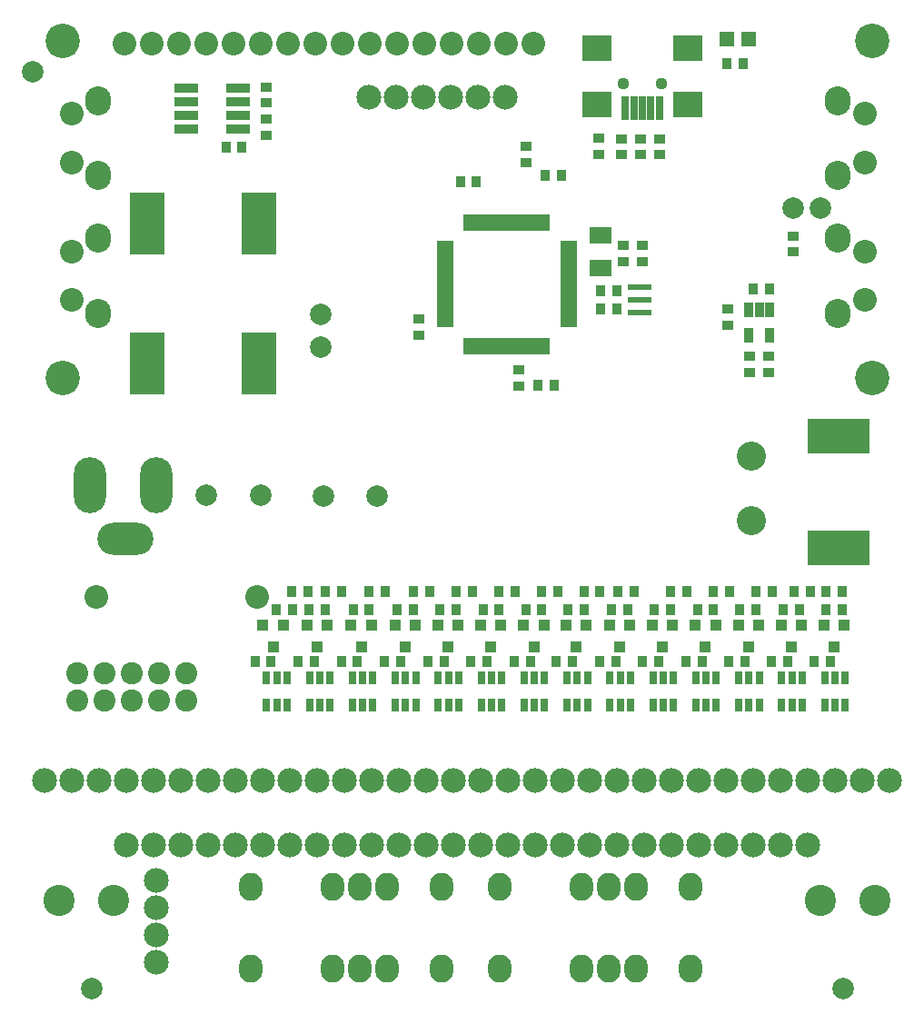
<source format=gts>
%FSTAX23Y23*%
%MOIN*%
%SFA1B1*%

%IPPOS*%
%ADD75C,0.078700*%
%ADD76R,0.130300X0.228700*%
%ADD77R,0.039800X0.043700*%
%ADD78R,0.031900X0.043700*%
%ADD79R,0.043700X0.031900*%
%ADD80R,0.079100X0.059400*%
%ADD81R,0.035800X0.055500*%
%ADD82R,0.031900X0.055500*%
%ADD83R,0.090900X0.031900*%
%ADD84R,0.055500X0.055500*%
%ADD85R,0.087000X0.024000*%
%ADD86R,0.028000X0.047600*%
%ADD87R,0.018900X0.063400*%
%ADD88R,0.063400X0.018900*%
%ADD89R,0.028000X0.087000*%
%ADD90R,0.106700X0.094900*%
%ADD91R,0.228700X0.130300*%
%ADD92C,0.087000*%
%ADD93C,0.090900*%
%ADD94C,0.079100*%
%ADD95C,0.114600*%
%ADD96O,0.094900X0.106700*%
%ADD97O,0.118500X0.205100*%
%ADD98O,0.205100X0.118500*%
%ADD99O,0.087000X0.102800*%
%ADD100C,0.081100*%
%ADD101C,0.106700*%
%ADD102C,0.126400*%
%ADD103C,0.043700*%
%LNrelaytester-1*%
%LPD*%
G54D75*
X00098Y03444D03*
X0307Y00078D03*
X00315D03*
G54D76*
X00929Y02885D03*
X00519D03*
X00929Y02374D03*
X00519D03*
G54D77*
X0134Y01413D03*
X01265D03*
X01303Y01334D03*
X03076Y01413D03*
X03002D03*
X03039Y01334D03*
X02446Y01413D03*
X02372D03*
X02409Y01334D03*
X01816Y01413D03*
X01742D03*
X01779Y01334D03*
X01179Y01413D03*
X01104D03*
X01141Y01334D03*
X02919Y01413D03*
X02844D03*
X02881Y01334D03*
X02289Y01413D03*
X02214D03*
X02252Y01334D03*
X01659Y01413D03*
X01584D03*
X01622Y01334D03*
X01017Y01413D03*
X00942D03*
X0098Y01334D03*
X02761Y01413D03*
X02687D03*
X02724Y01334D03*
X02129Y01413D03*
X02055D03*
X02092Y01334D03*
X01502Y01413D03*
X01427D03*
X01464Y01334D03*
X02604Y01413D03*
X02529D03*
X02566Y01334D03*
X01974Y01413D03*
X01899D03*
X01937Y01334D03*
G54D78*
X03009Y01468D03*
X03068D03*
X02379D03*
X02439D03*
X0175D03*
X01809D03*
X01112D03*
X01171D03*
X02222D03*
X02281D03*
X01592D03*
X01651D03*
X00992D03*
X01051D03*
X02692D03*
X02752D03*
X02061D03*
X0212D03*
X01435D03*
X01494D03*
X02537D03*
X02596D03*
X01907D03*
X01966D03*
X01273D03*
X01332D03*
X02742Y02645D03*
X02801D03*
X02037Y03063D03*
X01978D03*
X01952Y02293D03*
X02012D03*
X01726Y03039D03*
X01667D03*
X02704Y03474D03*
X02645D03*
X02181Y02574D03*
X0224D03*
X02181Y02639D03*
X0224D03*
X00866Y03165D03*
X00807D03*
X01391Y01535D03*
X01332D03*
X02025D03*
X01966D03*
X02655D03*
X02596D03*
X01289Y01279D03*
X0123D03*
X01923D03*
X01864D03*
X02553D03*
X02494D03*
X01553Y01535D03*
X01494D03*
X02179D03*
X0212D03*
X02811D03*
X02752D03*
X01448Y01279D03*
X01389D03*
X02078D03*
X02019D03*
X0271D03*
X02651D03*
X01108Y01535D03*
X01049D03*
X0171D03*
X01651D03*
X02305D03*
X02246D03*
X0295D03*
X02891D03*
X00972Y01279D03*
X00913D03*
X01608D03*
X01549D03*
X02238D03*
X02179D03*
X02868D03*
X02809D03*
X0123Y01535D03*
X01171D03*
X01868D03*
X01809D03*
X02498D03*
X02439D03*
X03009D03*
X03068D03*
X01131Y01279D03*
X01072D03*
X01765D03*
X01706D03*
X02395D03*
X02336D03*
X03025D03*
X02966D03*
X02852Y01468D03*
X02911D03*
G54D79*
X02649Y02513D03*
Y02572D03*
X01515Y02535D03*
Y02476D03*
X02263Y02746D03*
Y02805D03*
X00956Y03328D03*
Y03387D03*
X02334Y02746D03*
Y02805D03*
X02889Y02781D03*
Y0284D03*
X02397Y03197D03*
Y03138D03*
X02327Y03197D03*
Y03138D03*
X02257Y03197D03*
Y03138D03*
X02173Y03139D03*
Y03198D03*
X02799Y02398D03*
Y02339D03*
X02728Y02398D03*
Y02339D03*
X01881Y02348D03*
Y02289D03*
X00956Y03269D03*
Y0321D03*
X01909Y03169D03*
Y0311D03*
G54D80*
X02181Y02724D03*
Y02842D03*
G54D81*
X02801Y02476D03*
X02726D03*
G54D82*
X02726Y0257D03*
X02763D03*
X02801D03*
G54D83*
X00661Y03382D03*
Y03332D03*
Y03282D03*
Y03232D03*
X0085Y03382D03*
Y03332D03*
Y03282D03*
Y03232D03*
G54D84*
X02643Y03564D03*
X02726D03*
G54D85*
X02326Y02653D03*
Y02606D03*
Y02559D03*
G54D86*
X01346Y0122D03*
X01309D03*
X01271D03*
Y01118D03*
X01346D03*
X01309D03*
X01939D03*
X01976D03*
X01901D03*
Y0122D03*
X01939D03*
X01976D03*
X02606D03*
X02568D03*
X02531D03*
Y01118D03*
X02606D03*
X02568D03*
X01503Y0122D03*
X01466D03*
X01429D03*
Y01118D03*
X01503D03*
X01466D03*
X02096D03*
X02133D03*
X02059D03*
Y0122D03*
X02096D03*
X02133D03*
X02763D03*
X02726D03*
X02689D03*
Y01118D03*
X02763D03*
X02726D03*
X00994D03*
X01031D03*
X00956D03*
Y0122D03*
X00994D03*
X01031D03*
X01661D03*
X01624D03*
X01586D03*
Y01118D03*
X01661D03*
X01624D03*
X02253D03*
X02291D03*
X02216D03*
Y0122D03*
X02253D03*
X02291D03*
X02921D03*
X02883D03*
X02846D03*
Y01118D03*
X02921D03*
X02883D03*
X01151D03*
X01189D03*
X01114D03*
Y0122D03*
X01151D03*
X01189D03*
X01818D03*
X01781D03*
X01744D03*
Y01118D03*
X01818D03*
X01781D03*
X02411D03*
X02448D03*
X02374D03*
Y0122D03*
X02411D03*
X02448D03*
X03078D03*
X03041D03*
X03003D03*
Y01118D03*
X03078D03*
X03041D03*
G54D87*
X01985Y02437D03*
X01965D03*
X01945D03*
X01926D03*
X01906D03*
X01886D03*
X01867D03*
X01847D03*
X01827D03*
X01807D03*
X01788D03*
X01768D03*
X01748D03*
X01729D03*
X01709D03*
X01689D03*
Y0289D03*
X01709D03*
X01729D03*
X01748D03*
X01768D03*
X01788D03*
X01807D03*
X01827D03*
X01847D03*
X01867D03*
X01886D03*
X01906D03*
X01926D03*
X01945D03*
X01965D03*
X01985D03*
G54D88*
X01611Y02516D03*
Y02536D03*
Y02555D03*
Y02575D03*
Y02595D03*
Y02614D03*
Y02634D03*
Y02654D03*
Y02673D03*
Y02693D03*
Y02713D03*
Y02732D03*
Y02752D03*
Y02772D03*
Y02791D03*
Y02811D03*
X02063D03*
Y02791D03*
Y02772D03*
Y02752D03*
Y02732D03*
Y02713D03*
Y02693D03*
Y02673D03*
Y02654D03*
Y02634D03*
Y02614D03*
Y02595D03*
Y02575D03*
Y02555D03*
Y02536D03*
Y02516D03*
G54D89*
X02272Y03309D03*
X02303D03*
X02335D03*
X02366D03*
X02398D03*
G54D90*
X025Y03321D03*
X02169D03*
X025Y0353D03*
X02169D03*
G54D91*
X03055Y01696D03*
Y02106D03*
G54D92*
X0033Y01515D03*
X00921D03*
X00433Y03547D03*
X00533D03*
X00633D03*
X00733D03*
X00833D03*
X00933D03*
X01033D03*
X01133D03*
X01233D03*
X01333D03*
X01433D03*
X01533D03*
X01633D03*
X01733D03*
X01833D03*
X01933D03*
X0024Y03288D03*
Y0311D03*
Y02783D03*
Y02605D03*
X0315Y0311D03*
Y03288D03*
Y02605D03*
Y02783D03*
G54D93*
X00551Y00476D03*
Y00376D03*
Y00276D03*
Y00176D03*
X00442Y00841D03*
X00342D03*
X00242D03*
X00142D03*
X00542D03*
X00642D03*
X00742D03*
X00842D03*
X00942D03*
X01042D03*
X01142D03*
X01242D03*
X01342D03*
X01442D03*
X01542D03*
X01642D03*
X01742D03*
X01842D03*
X01942D03*
X02042D03*
X02142D03*
X02242D03*
X02342D03*
X02442D03*
X02542D03*
X02642D03*
X02742D03*
X02842D03*
X02942D03*
X03042D03*
X03142D03*
X03242D03*
X00742Y00606D03*
X00642D03*
X00542D03*
X00442D03*
X00842D03*
X00942D03*
X01042D03*
X01142D03*
X01242D03*
X01342D03*
X01442D03*
X01542D03*
X01642D03*
X01742D03*
X01842D03*
X01942D03*
X02042D03*
X02142D03*
X02242D03*
X02342D03*
X02442D03*
X02542D03*
X02642D03*
X02742D03*
X02842D03*
X02942D03*
X01331Y0335D03*
X01431D03*
X01531D03*
X01631D03*
X01731D03*
X01831D03*
G54D94*
X01362Y01885D03*
X01165D03*
X00933Y01889D03*
X00736D03*
X01153Y02432D03*
Y02552D03*
X02888Y02944D03*
X02988D03*
G54D95*
X03189Y00401D03*
X02988D03*
X00395D03*
X00194D03*
G54D96*
X00338Y03337D03*
Y03061D03*
Y02832D03*
Y02556D03*
X03051Y03061D03*
Y03337D03*
Y02556D03*
Y02832D03*
G54D97*
X00307Y01925D03*
X00551D03*
G54D98*
X00437Y01728D03*
G54D99*
X00897Y00153D03*
X01197D03*
X01297D03*
X01397D03*
X01597D03*
Y00453D03*
X01397D03*
X01297D03*
X01197D03*
X00897D03*
X01811Y00153D03*
X02111D03*
X02211D03*
X02311D03*
X02511D03*
Y00453D03*
X02311D03*
X02211D03*
X02111D03*
X01811D03*
G54D100*
X0026Y01235D03*
Y01135D03*
X0066Y01235D03*
Y01135D03*
X0046D03*
Y01235D03*
X0056Y01135D03*
Y01235D03*
X0036D03*
Y01135D03*
G54D101*
X02736Y02031D03*
Y01795D03*
G54D102*
X03177Y03555D03*
X00208D03*
Y02318D03*
X03177D03*
G54D103*
X02403Y034D03*
X02266D03*
M02*
</source>
